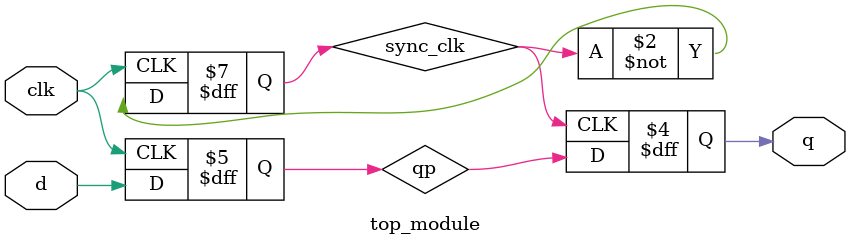
<source format=sv>
module top_module(
	input clk,
	input d,
	output reg q);
	
	reg qp;
	reg qn;
	reg sync_clk;

	always @(posedge clk) begin
		qp <= d;
		qn <= d;
		sync_clk <= ~sync_clk;
	end
	
	always @(posedge sync_clk) begin
		if (sync_clk)
			q <= qp;
		else
			q <= qn;
	end
	
endmodule

</source>
